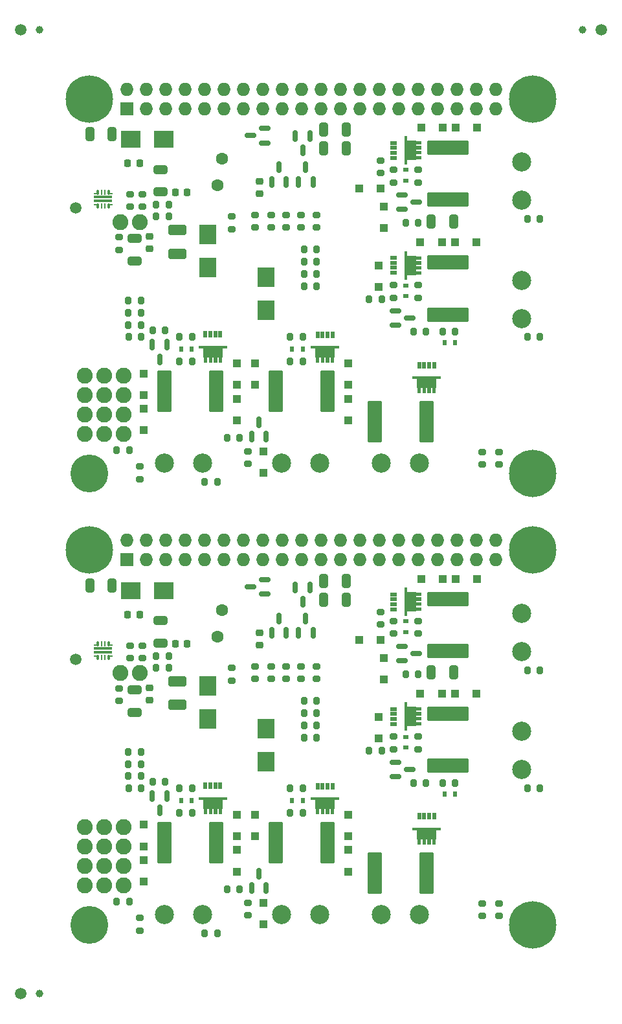
<source format=gbr>
%TF.GenerationSoftware,KiCad,Pcbnew,6.0.11+dfsg-1*%
%TF.CreationDate,2024-04-28T21:20:57+01:00*%
%TF.ProjectId,panel,70616e65-6c2e-46b6-9963-61645f706362,rev?*%
%TF.SameCoordinates,Original*%
%TF.FileFunction,Soldermask,Bot*%
%TF.FilePolarity,Negative*%
%FSLAX46Y46*%
G04 Gerber Fmt 4.6, Leading zero omitted, Abs format (unit mm)*
G04 Created by KiCad (PCBNEW 6.0.11+dfsg-1) date 2024-04-28 21:20:57*
%MOMM*%
%LPD*%
G01*
G04 APERTURE LIST*
G04 Aperture macros list*
%AMRoundRect*
0 Rectangle with rounded corners*
0 $1 Rounding radius*
0 $2 $3 $4 $5 $6 $7 $8 $9 X,Y pos of 4 corners*
0 Add a 4 corners polygon primitive as box body*
4,1,4,$2,$3,$4,$5,$6,$7,$8,$9,$2,$3,0*
0 Add four circle primitives for the rounded corners*
1,1,$1+$1,$2,$3*
1,1,$1+$1,$4,$5*
1,1,$1+$1,$6,$7*
1,1,$1+$1,$8,$9*
0 Add four rect primitives between the rounded corners*
20,1,$1+$1,$2,$3,$4,$5,0*
20,1,$1+$1,$4,$5,$6,$7,0*
20,1,$1+$1,$6,$7,$8,$9,0*
20,1,$1+$1,$8,$9,$2,$3,0*%
%AMFreePoly0*
4,1,5,0.225000,-0.400000,-0.225000,-0.400000,-0.225000,0.400000,0.225000,0.400000,0.225000,-0.400000,0.225000,-0.400000,$1*%
%AMFreePoly1*
4,1,29,0.150000,1.240000,0.200000,1.240000,0.200000,-1.260000,0.150000,-1.260000,0.150000,-1.860000,-0.150000,-1.860000,-0.150000,-1.260000,-1.350000,-1.260000,-1.350000,-1.210000,-2.050000,-1.210000,-2.050000,-0.760000,-1.350000,-0.760000,-1.350000,-0.560000,-2.050000,-0.560000,-2.050000,-0.110000,-1.350000,-0.110000,-1.350000,0.090000,-2.050000,0.090000,-2.050000,0.540000,-1.350000,0.540000,
-1.350000,0.740000,-2.050000,0.740000,-2.050000,1.190000,-1.350000,1.190000,-1.350000,1.240000,-0.150000,1.240000,-0.150000,1.840000,0.150000,1.840000,0.150000,1.240000,0.150000,1.240000,$1*%
G04 Aperture macros list end*
%ADD10C,2.500000*%
%ADD11C,6.200000*%
%ADD12C,2.082800*%
%ADD13C,1.500000*%
%ADD14R,1.727200X1.727200*%
%ADD15O,1.727200X1.727200*%
%ADD16C,4.950000*%
%ADD17R,1.100000X1.100000*%
%ADD18RoundRect,0.225000X-0.250000X0.225000X-0.250000X-0.225000X0.250000X-0.225000X0.250000X0.225000X0*%
%ADD19R,2.300000X2.500000*%
%ADD20RoundRect,0.200000X0.200000X0.275000X-0.200000X0.275000X-0.200000X-0.275000X0.200000X-0.275000X0*%
%ADD21RoundRect,0.200000X0.275000X-0.200000X0.275000X0.200000X-0.275000X0.200000X-0.275000X-0.200000X0*%
%ADD22C,1.000000*%
%ADD23RoundRect,0.200000X-0.200000X-0.275000X0.200000X-0.275000X0.200000X0.275000X-0.200000X0.275000X0*%
%ADD24R,0.600000X0.700000*%
%ADD25RoundRect,0.150000X-0.587500X-0.150000X0.587500X-0.150000X0.587500X0.150000X-0.587500X0.150000X0*%
%ADD26RoundRect,0.200000X-0.275000X0.200000X-0.275000X-0.200000X0.275000X-0.200000X0.275000X0.200000X0*%
%ADD27RoundRect,0.050000X0.100000X-0.250000X0.100000X0.250000X-0.100000X0.250000X-0.100000X-0.250000X0*%
%ADD28RoundRect,0.050000X0.275000X-0.075000X0.275000X0.075000X-0.275000X0.075000X-0.275000X-0.075000X0*%
%ADD29RoundRect,0.050000X0.075000X-0.250000X0.075000X0.250000X-0.075000X0.250000X-0.075000X-0.250000X0*%
%ADD30RoundRect,0.050000X1.150000X-0.100000X1.150000X0.100000X-1.150000X0.100000X-1.150000X-0.100000X0*%
%ADD31FreePoly0,180.000000*%
%ADD32FreePoly1,90.000000*%
%ADD33RoundRect,0.250000X-0.325000X-0.650000X0.325000X-0.650000X0.325000X0.650000X-0.325000X0.650000X0*%
%ADD34FreePoly0,270.000000*%
%ADD35FreePoly1,180.000000*%
%ADD36R,0.700000X0.600000*%
%ADD37RoundRect,0.150000X0.587500X0.150000X-0.587500X0.150000X-0.587500X-0.150000X0.587500X-0.150000X0*%
%ADD38RoundRect,0.225000X-0.225000X-0.250000X0.225000X-0.250000X0.225000X0.250000X-0.225000X0.250000X0*%
%ADD39RoundRect,0.250000X-2.475000X0.712500X-2.475000X-0.712500X2.475000X-0.712500X2.475000X0.712500X0*%
%ADD40RoundRect,0.250000X0.325000X0.650000X-0.325000X0.650000X-0.325000X-0.650000X0.325000X-0.650000X0*%
%ADD41RoundRect,0.150000X0.150000X-0.587500X0.150000X0.587500X-0.150000X0.587500X-0.150000X-0.587500X0*%
%ADD42R,2.500000X2.300000*%
%ADD43RoundRect,0.150000X-0.150000X0.587500X-0.150000X-0.587500X0.150000X-0.587500X0.150000X0.587500X0*%
%ADD44RoundRect,0.250000X-0.712500X-2.475000X0.712500X-2.475000X0.712500X2.475000X-0.712500X2.475000X0*%
%ADD45RoundRect,0.250000X-0.650000X0.325000X-0.650000X-0.325000X0.650000X-0.325000X0.650000X0.325000X0*%
%ADD46RoundRect,0.225000X0.225000X0.250000X-0.225000X0.250000X-0.225000X-0.250000X0.225000X-0.250000X0*%
%ADD47RoundRect,0.250000X0.712500X2.475000X-0.712500X2.475000X-0.712500X-2.475000X0.712500X-2.475000X0*%
%ADD48RoundRect,0.250000X0.650000X-0.325000X0.650000X0.325000X-0.650000X0.325000X-0.650000X-0.325000X0*%
%ADD49C,1.600000*%
%ADD50RoundRect,0.250000X-0.925000X0.412500X-0.925000X-0.412500X0.925000X-0.412500X0.925000X0.412500X0*%
G04 APERTURE END LIST*
D10*
%TO.C,J8*%
X176050000Y-44750000D03*
X176050000Y-39750000D03*
%TD*%
D11*
%TO.C,PI3*%
X119500000Y-90500000D03*
%TD*%
D12*
%TO.C,J9*%
X126140000Y-106590000D03*
X123600000Y-106590000D03*
%TD*%
D10*
%TO.C,J7*%
X176050000Y-60200000D03*
X176050000Y-55200000D03*
%TD*%
D12*
%TO.C,J1*%
X118920000Y-126670000D03*
X118920000Y-129210000D03*
X118920000Y-131750000D03*
X118920000Y-134290000D03*
%TD*%
D10*
%TO.C,J8*%
X176050000Y-103750000D03*
X176050000Y-98750000D03*
%TD*%
%TO.C,J4*%
X129300000Y-79150000D03*
X134300000Y-79150000D03*
%TD*%
D13*
%TO.C,REF\u002A\u002A*%
X110500000Y-148500046D03*
%TD*%
%TO.C,REF\u002A\u002A*%
X186500000Y-22500000D03*
%TD*%
D11*
%TO.C,PI2*%
X177500000Y-80500000D03*
%TD*%
%TO.C,PI1*%
X177500000Y-90500000D03*
%TD*%
D10*
%TO.C,J3*%
X157700000Y-138150000D03*
X162700000Y-138150000D03*
%TD*%
D14*
%TO.C,J2*%
X124370000Y-32770000D03*
D15*
X124370000Y-30230000D03*
X126910000Y-32770000D03*
X126910000Y-30230000D03*
X129450000Y-32770000D03*
X129450000Y-30230000D03*
X131990000Y-32770000D03*
X131990000Y-30230000D03*
X134530000Y-32770000D03*
X134530000Y-30230000D03*
X137070000Y-32770000D03*
X137070000Y-30230000D03*
X139610000Y-32770000D03*
X139610000Y-30230000D03*
X142150000Y-32770000D03*
X142150000Y-30230000D03*
X144690000Y-32770000D03*
X144690000Y-30230000D03*
X147230000Y-32770000D03*
X147230000Y-30230000D03*
X149770000Y-32770000D03*
X149770000Y-30230000D03*
X152310000Y-32770000D03*
X152310000Y-30230000D03*
X154850000Y-32770000D03*
X154850000Y-30230000D03*
X157390000Y-32770000D03*
X157390000Y-30230000D03*
X159930000Y-32770000D03*
X159930000Y-30230000D03*
X162470000Y-32770000D03*
X162470000Y-30230000D03*
X165010000Y-32770000D03*
X165010000Y-30230000D03*
X167550000Y-32770000D03*
X167550000Y-30230000D03*
X170090000Y-32770000D03*
X170090000Y-30230000D03*
X172630000Y-32770000D03*
X172630000Y-30230000D03*
%TD*%
D16*
%TO.C,PI4*%
X119500000Y-139500000D03*
%TD*%
D10*
%TO.C,J7*%
X176050000Y-119200000D03*
X176050000Y-114200000D03*
%TD*%
D14*
%TO.C,J2*%
X124370000Y-91770000D03*
D15*
X124370000Y-89230000D03*
X126910000Y-91770000D03*
X126910000Y-89230000D03*
X129450000Y-91770000D03*
X129450000Y-89230000D03*
X131990000Y-91770000D03*
X131990000Y-89230000D03*
X134530000Y-91770000D03*
X134530000Y-89230000D03*
X137070000Y-91770000D03*
X137070000Y-89230000D03*
X139610000Y-91770000D03*
X139610000Y-89230000D03*
X142150000Y-91770000D03*
X142150000Y-89230000D03*
X144690000Y-91770000D03*
X144690000Y-89230000D03*
X147230000Y-91770000D03*
X147230000Y-89230000D03*
X149770000Y-91770000D03*
X149770000Y-89230000D03*
X152310000Y-91770000D03*
X152310000Y-89230000D03*
X154850000Y-91770000D03*
X154850000Y-89230000D03*
X157390000Y-91770000D03*
X157390000Y-89230000D03*
X159930000Y-91770000D03*
X159930000Y-89230000D03*
X162470000Y-91770000D03*
X162470000Y-89230000D03*
X165010000Y-91770000D03*
X165010000Y-89230000D03*
X167550000Y-91770000D03*
X167550000Y-89230000D03*
X170090000Y-91770000D03*
X170090000Y-89230000D03*
X172630000Y-91770000D03*
X172630000Y-89230000D03*
%TD*%
D12*
%TO.C,J1*%
X118920000Y-67670000D03*
X118920000Y-70210000D03*
X118920000Y-72750000D03*
X118920000Y-75290000D03*
%TD*%
D11*
%TO.C,PI1*%
X177500000Y-31500000D03*
%TD*%
D12*
%TO.C,J6*%
X124020000Y-75290000D03*
X121480000Y-75290000D03*
X124020000Y-72750000D03*
X121480000Y-72750000D03*
X124020000Y-70210000D03*
X121480000Y-70210000D03*
X124020000Y-67670000D03*
X121480000Y-67670000D03*
%TD*%
D10*
%TO.C,J5*%
X144625000Y-79150000D03*
X149625000Y-79150000D03*
%TD*%
D12*
%TO.C,J6*%
X124020000Y-134290000D03*
X121480000Y-134290000D03*
X124020000Y-131750000D03*
X121480000Y-131750000D03*
X124020000Y-129210000D03*
X121480000Y-129210000D03*
X124020000Y-126670000D03*
X121480000Y-126670000D03*
%TD*%
D11*
%TO.C,PI3*%
X119500000Y-31500000D03*
%TD*%
D13*
%TO.C,REF\u002A\u002A*%
X110500000Y-22500000D03*
%TD*%
D11*
%TO.C,PI2*%
X177500000Y-139500000D03*
%TD*%
D12*
%TO.C,J9*%
X126140000Y-47590000D03*
X123600000Y-47590000D03*
%TD*%
D10*
%TO.C,J4*%
X129300000Y-138150000D03*
X134300000Y-138150000D03*
%TD*%
D16*
%TO.C,PI4*%
X119500000Y-80500000D03*
%TD*%
D10*
%TO.C,J5*%
X144625000Y-138150000D03*
X149625000Y-138150000D03*
%TD*%
%TO.C,J3*%
X157700000Y-79150000D03*
X162700000Y-79150000D03*
%TD*%
D17*
%TO.C,D28*%
X158000000Y-104600000D03*
X158000000Y-107400000D03*
%TD*%
D18*
%TO.C,C9*%
X127400000Y-49525000D03*
X127400000Y-51075000D03*
%TD*%
D19*
%TO.C,D16*%
X135000000Y-49250000D03*
X135000000Y-53550000D03*
%TD*%
D20*
%TO.C,R43*%
X129875000Y-105900000D03*
X128225000Y-105900000D03*
%TD*%
D21*
%TO.C,R23*%
X173100000Y-138325000D03*
X173100000Y-136675000D03*
%TD*%
D20*
%TO.C,R13*%
X147425000Y-62600000D03*
X145775000Y-62600000D03*
%TD*%
D22*
%TO.C,REF\u002A\u002A*%
X184000000Y-22500000D03*
%TD*%
D23*
%TO.C,R27*%
X147575000Y-110200000D03*
X149225000Y-110200000D03*
%TD*%
D21*
%TO.C,R45*%
X126400000Y-104625000D03*
X126400000Y-102975000D03*
%TD*%
D17*
%TO.C,D27*%
X142275000Y-77600000D03*
X142275000Y-80400000D03*
%TD*%
D24*
%TO.C,D17*%
X146000000Y-64200000D03*
X147400000Y-64200000D03*
%TD*%
D25*
%TO.C,Q9*%
X160362500Y-45950000D03*
X160362500Y-44050000D03*
X162237500Y-45000000D03*
%TD*%
D20*
%TO.C,R29*%
X126250000Y-59475000D03*
X124600000Y-59475000D03*
%TD*%
%TO.C,R5*%
X178425000Y-62600000D03*
X176775000Y-62600000D03*
%TD*%
%TO.C,R16*%
X178425000Y-106200000D03*
X176775000Y-106200000D03*
%TD*%
D23*
%TO.C,R24*%
X147575000Y-115000000D03*
X149225000Y-115000000D03*
%TD*%
D26*
%TO.C,R35*%
X143300000Y-46675000D03*
X143300000Y-48325000D03*
%TD*%
D27*
%TO.C,U3*%
X122000000Y-45500000D03*
D28*
X122175000Y-45325000D03*
D29*
X121525000Y-45500000D03*
X121075000Y-45500000D03*
D28*
X120425000Y-45325000D03*
D27*
X120600000Y-45500000D03*
D30*
X121300000Y-44850000D03*
X121300000Y-44350000D03*
D27*
X120600000Y-43700000D03*
D28*
X120425000Y-43875000D03*
D29*
X121075000Y-43700000D03*
X121525000Y-43700000D03*
D28*
X122175000Y-43875000D03*
D27*
X122000000Y-43700000D03*
%TD*%
D31*
%TO.C,Q2*%
X136625000Y-121300000D03*
D32*
X135640000Y-122950000D03*
D31*
X134675000Y-121300000D03*
X135975000Y-121300000D03*
X135325000Y-121300000D03*
%TD*%
D21*
%TO.C,R4*%
X126100000Y-140225000D03*
X126100000Y-138575000D03*
%TD*%
%TO.C,R1*%
X170900000Y-138325000D03*
X170900000Y-136675000D03*
%TD*%
D24*
%TO.C,D2*%
X131500000Y-123200000D03*
X132900000Y-123200000D03*
%TD*%
D33*
%TO.C,C12*%
X164225000Y-106500000D03*
X167175000Y-106500000D03*
%TD*%
D20*
%TO.C,R12*%
X163525000Y-61900000D03*
X161875000Y-61900000D03*
%TD*%
D18*
%TO.C,C7*%
X141800000Y-101325000D03*
X141800000Y-102875000D03*
%TD*%
D24*
%TO.C,D17*%
X146000000Y-123200000D03*
X147400000Y-123200000D03*
%TD*%
D34*
%TO.C,Q3*%
X159250000Y-111275000D03*
D35*
X160900000Y-112260000D03*
D34*
X159250000Y-113225000D03*
X159250000Y-111925000D03*
X159250000Y-112575000D03*
%TD*%
D20*
%TO.C,R16*%
X178425000Y-47200000D03*
X176775000Y-47200000D03*
%TD*%
%TO.C,R19*%
X136225000Y-140600000D03*
X134575000Y-140600000D03*
%TD*%
D17*
%TO.C,D10*%
X138800000Y-70700000D03*
X138800000Y-73500000D03*
%TD*%
D22*
%TO.C,REF\u002A\u002A*%
X113000000Y-148500046D03*
%TD*%
D36*
%TO.C,D18*%
X160900000Y-42200000D03*
X160900000Y-40800000D03*
%TD*%
D26*
%TO.C,R37*%
X138100000Y-46875000D03*
X138100000Y-48525000D03*
%TD*%
D37*
%TO.C,D35*%
X142437500Y-35350000D03*
X142437500Y-37250000D03*
X140562500Y-36300000D03*
%TD*%
D21*
%TO.C,R23*%
X173100000Y-79325000D03*
X173100000Y-77675000D03*
%TD*%
D38*
%TO.C,C24*%
X130725000Y-43750000D03*
X132275000Y-43750000D03*
%TD*%
D24*
%TO.C,D2*%
X131500000Y-64200000D03*
X132900000Y-64200000D03*
%TD*%
D26*
%TO.C,R37*%
X138100000Y-105875000D03*
X138100000Y-107525000D03*
%TD*%
D23*
%TO.C,R6*%
X131275000Y-124800000D03*
X132925000Y-124800000D03*
%TD*%
D17*
%TO.C,D26*%
X154800000Y-102200000D03*
X157600000Y-102200000D03*
%TD*%
D21*
%TO.C,R20*%
X157600000Y-100225000D03*
X157600000Y-98575000D03*
%TD*%
%TO.C,R1*%
X170900000Y-79325000D03*
X170900000Y-77675000D03*
%TD*%
%TO.C,R20*%
X157600000Y-41225000D03*
X157600000Y-39575000D03*
%TD*%
D19*
%TO.C,D7*%
X142600000Y-118150000D03*
X142600000Y-113850000D03*
%TD*%
D20*
%TO.C,R10*%
X157725000Y-116700000D03*
X156075000Y-116700000D03*
%TD*%
%TO.C,R30*%
X126250000Y-61050000D03*
X124600000Y-61050000D03*
%TD*%
D39*
%TO.C,F3*%
X166400000Y-52912500D03*
X166400000Y-59687500D03*
%TD*%
D13*
%TO.C,TP1*%
X117700000Y-104800000D03*
%TD*%
D23*
%TO.C,R8*%
X165700000Y-61900000D03*
X167350000Y-61900000D03*
%TD*%
%TO.C,R25*%
X147575000Y-113400000D03*
X149225000Y-113400000D03*
%TD*%
D21*
%TO.C,R15*%
X140200000Y-79225000D03*
X140200000Y-77575000D03*
%TD*%
D19*
%TO.C,D7*%
X142600000Y-59150000D03*
X142600000Y-54850000D03*
%TD*%
D20*
%TO.C,R11*%
X129425000Y-120800000D03*
X127775000Y-120800000D03*
%TD*%
D40*
%TO.C,C2*%
X153075000Y-38000000D03*
X150125000Y-38000000D03*
%TD*%
D17*
%TO.C,D13*%
X157300000Y-53300000D03*
X157300000Y-56100000D03*
%TD*%
D26*
%TO.C,R35*%
X143300000Y-105675000D03*
X143300000Y-107325000D03*
%TD*%
D40*
%TO.C,C4*%
X153075000Y-35500000D03*
X150125000Y-35500000D03*
%TD*%
D24*
%TO.C,D6*%
X165950000Y-63400000D03*
X167350000Y-63400000D03*
%TD*%
D20*
%TO.C,R9*%
X124725000Y-136400000D03*
X123075000Y-136400000D03*
%TD*%
%TO.C,R41*%
X129875000Y-45350000D03*
X128225000Y-45350000D03*
%TD*%
D17*
%TO.C,D25*%
X141200000Y-66100000D03*
X141200000Y-68900000D03*
%TD*%
D34*
%TO.C,Q7*%
X159250000Y-37275000D03*
D35*
X160900000Y-38260000D03*
D34*
X159250000Y-39225000D03*
X159250000Y-37925000D03*
X159250000Y-38575000D03*
%TD*%
D23*
%TO.C,R25*%
X147575000Y-54400000D03*
X149225000Y-54400000D03*
%TD*%
D41*
%TO.C,D32*%
X148750000Y-101337500D03*
X146850000Y-101337500D03*
X147800000Y-99462500D03*
%TD*%
D42*
%TO.C,D36*%
X124950000Y-36800000D03*
X129250000Y-36800000D03*
%TD*%
D26*
%TO.C,R36*%
X141200000Y-46687500D03*
X141200000Y-48337500D03*
%TD*%
D21*
%TO.C,R18*%
X162500000Y-42425000D03*
X162500000Y-40775000D03*
%TD*%
D26*
%TO.C,R3*%
X159300000Y-55875000D03*
X159300000Y-57525000D03*
%TD*%
D39*
%TO.C,F3*%
X166400000Y-111912500D03*
X166400000Y-118687500D03*
%TD*%
D17*
%TO.C,D25*%
X141200000Y-125100000D03*
X141200000Y-127900000D03*
%TD*%
%TO.C,D8*%
X138800000Y-125100000D03*
X138800000Y-127900000D03*
%TD*%
D43*
%TO.C,Q4*%
X127750000Y-63662500D03*
X129650000Y-63662500D03*
X128700000Y-65537500D03*
%TD*%
D17*
%TO.C,D23*%
X153350000Y-129700000D03*
X153350000Y-132500000D03*
%TD*%
D21*
%TO.C,R4*%
X126100000Y-81225000D03*
X126100000Y-79575000D03*
%TD*%
D38*
%TO.C,C24*%
X130725000Y-102750000D03*
X132275000Y-102750000D03*
%TD*%
D20*
%TO.C,R22*%
X162525000Y-106700000D03*
X160875000Y-106700000D03*
%TD*%
D36*
%TO.C,D3*%
X160900000Y-116300000D03*
X160900000Y-114900000D03*
%TD*%
D33*
%TO.C,C12*%
X164225000Y-47500000D03*
X167175000Y-47500000D03*
%TD*%
D21*
%TO.C,R45*%
X126400000Y-45625000D03*
X126400000Y-43975000D03*
%TD*%
D17*
%TO.C,D14*%
X126600000Y-72000000D03*
X126600000Y-74800000D03*
%TD*%
D44*
%TO.C,F1*%
X156812500Y-132700000D03*
X163587500Y-132700000D03*
%TD*%
D20*
%TO.C,R38*%
X126250000Y-57875000D03*
X124600000Y-57875000D03*
%TD*%
D23*
%TO.C,R26*%
X147575000Y-111800000D03*
X149225000Y-111800000D03*
%TD*%
D36*
%TO.C,D18*%
X160900000Y-101200000D03*
X160900000Y-99800000D03*
%TD*%
D17*
%TO.C,D12*%
X126600000Y-126400000D03*
X126600000Y-129200000D03*
%TD*%
D21*
%TO.C,R18*%
X162500000Y-101425000D03*
X162500000Y-99775000D03*
%TD*%
D17*
%TO.C,D9*%
X162800000Y-50250000D03*
X165600000Y-50250000D03*
%TD*%
D20*
%TO.C,R41*%
X129875000Y-104350000D03*
X128225000Y-104350000D03*
%TD*%
%TO.C,R2*%
X132925000Y-121600000D03*
X131275000Y-121600000D03*
%TD*%
%TO.C,R13*%
X147425000Y-121600000D03*
X145775000Y-121600000D03*
%TD*%
D17*
%TO.C,D26*%
X154800000Y-43200000D03*
X157600000Y-43200000D03*
%TD*%
D36*
%TO.C,D3*%
X160900000Y-57300000D03*
X160900000Y-55900000D03*
%TD*%
D40*
%TO.C,C4*%
X153075000Y-94500000D03*
X150125000Y-94500000D03*
%TD*%
D18*
%TO.C,C7*%
X141800000Y-42325000D03*
X141800000Y-43875000D03*
%TD*%
D41*
%TO.C,D33*%
X145250000Y-101337500D03*
X143350000Y-101337500D03*
X144300000Y-99462500D03*
%TD*%
D26*
%TO.C,R14*%
X159300000Y-40775000D03*
X159300000Y-42425000D03*
%TD*%
D17*
%TO.C,D9*%
X162800000Y-109250000D03*
X165600000Y-109250000D03*
%TD*%
D31*
%TO.C,Q2*%
X136625000Y-62300000D03*
D32*
X135640000Y-63950000D03*
D31*
X134675000Y-62300000D03*
X135975000Y-62300000D03*
X135325000Y-62300000D03*
%TD*%
D45*
%TO.C,C20*%
X125400000Y-49725000D03*
X125400000Y-52675000D03*
%TD*%
D39*
%TO.C,F5*%
X166400000Y-96912500D03*
X166400000Y-103687500D03*
%TD*%
D20*
%TO.C,R11*%
X129425000Y-61800000D03*
X127775000Y-61800000D03*
%TD*%
D33*
%TO.C,C10*%
X119550000Y-95125000D03*
X122500000Y-95125000D03*
%TD*%
D17*
%TO.C,D12*%
X126600000Y-67400000D03*
X126600000Y-70200000D03*
%TD*%
D31*
%TO.C,Q1*%
X164600000Y-66292500D03*
D32*
X163615000Y-67942500D03*
D31*
X162650000Y-66292500D03*
X163300000Y-66292500D03*
X163950000Y-66292500D03*
%TD*%
D20*
%TO.C,R43*%
X129875000Y-46900000D03*
X128225000Y-46900000D03*
%TD*%
D26*
%TO.C,R3*%
X159300000Y-114875000D03*
X159300000Y-116525000D03*
%TD*%
D17*
%TO.C,D27*%
X142275000Y-136600000D03*
X142275000Y-139400000D03*
%TD*%
D43*
%TO.C,D34*%
X146450000Y-36362500D03*
X148350000Y-36362500D03*
X147400000Y-38237500D03*
%TD*%
D28*
%TO.C,U3*%
X122175000Y-104325000D03*
D27*
X122000000Y-104500000D03*
D29*
X121525000Y-104500000D03*
X121075000Y-104500000D03*
D28*
X120425000Y-104325000D03*
D27*
X120600000Y-104500000D03*
D30*
X121300000Y-103850000D03*
X121300000Y-103350000D03*
D28*
X120425000Y-102875000D03*
D27*
X120600000Y-102700000D03*
D29*
X121075000Y-102700000D03*
X121525000Y-102700000D03*
D27*
X122000000Y-102700000D03*
D28*
X122175000Y-102875000D03*
%TD*%
D17*
%TO.C,D21*%
X153350000Y-125100000D03*
X153350000Y-127900000D03*
%TD*%
D21*
%TO.C,R46*%
X123400000Y-51225000D03*
X123400000Y-49575000D03*
%TD*%
D46*
%TO.C,C17*%
X126075000Y-98950000D03*
X124525000Y-98950000D03*
%TD*%
D40*
%TO.C,C2*%
X153075000Y-97000000D03*
X150125000Y-97000000D03*
%TD*%
D17*
%TO.C,D13*%
X157300000Y-112300000D03*
X157300000Y-115100000D03*
%TD*%
D26*
%TO.C,R33*%
X147200000Y-46687500D03*
X147200000Y-48337500D03*
%TD*%
D20*
%TO.C,R19*%
X136225000Y-81600000D03*
X134575000Y-81600000D03*
%TD*%
D26*
%TO.C,R32*%
X149200000Y-46675000D03*
X149200000Y-48325000D03*
%TD*%
D37*
%TO.C,D35*%
X142437500Y-94350000D03*
X142437500Y-96250000D03*
X140562500Y-95300000D03*
%TD*%
D41*
%TO.C,D32*%
X148750000Y-42337500D03*
X146850000Y-42337500D03*
X147800000Y-40462500D03*
%TD*%
D17*
%TO.C,D11*%
X167350000Y-50250000D03*
X170150000Y-50250000D03*
%TD*%
D31*
%TO.C,Q6*%
X151300000Y-62350000D03*
D32*
X150315000Y-64000000D03*
D31*
X150650000Y-62350000D03*
X150000000Y-62350000D03*
X149350000Y-62350000D03*
%TD*%
D47*
%TO.C,F2*%
X136087500Y-128700000D03*
X129312500Y-128700000D03*
%TD*%
D23*
%TO.C,R21*%
X137525000Y-75850000D03*
X139175000Y-75850000D03*
%TD*%
D20*
%TO.C,R31*%
X126275000Y-62625000D03*
X124625000Y-62625000D03*
%TD*%
D26*
%TO.C,R34*%
X145200000Y-105687500D03*
X145200000Y-107337500D03*
%TD*%
D34*
%TO.C,Q3*%
X159250000Y-52275000D03*
D35*
X160900000Y-53260000D03*
D34*
X159250000Y-52925000D03*
X159250000Y-54225000D03*
X159250000Y-53575000D03*
%TD*%
D39*
%TO.C,F5*%
X166400000Y-37912500D03*
X166400000Y-44687500D03*
%TD*%
D43*
%TO.C,D34*%
X146450000Y-95362500D03*
X148350000Y-95362500D03*
X147400000Y-97237500D03*
%TD*%
D21*
%TO.C,R15*%
X140200000Y-138225000D03*
X140200000Y-136575000D03*
%TD*%
D26*
%TO.C,R34*%
X145200000Y-46687500D03*
X145200000Y-48337500D03*
%TD*%
D17*
%TO.C,D24*%
X167400000Y-35300000D03*
X170200000Y-35300000D03*
%TD*%
D31*
%TO.C,Q1*%
X164600000Y-125292500D03*
D32*
X163615000Y-126942500D03*
D31*
X163300000Y-125292500D03*
X163950000Y-125292500D03*
X162650000Y-125292500D03*
%TD*%
D25*
%TO.C,Q5*%
X159512500Y-120100000D03*
X159512500Y-118200000D03*
X161387500Y-119150000D03*
%TD*%
D13*
%TO.C,TP1*%
X117700000Y-45800000D03*
%TD*%
D43*
%TO.C,Q4*%
X127750000Y-122662500D03*
X129650000Y-122662500D03*
X128700000Y-124537500D03*
%TD*%
D23*
%TO.C,R24*%
X147575000Y-56000000D03*
X149225000Y-56000000D03*
%TD*%
D17*
%TO.C,D23*%
X153350000Y-70700000D03*
X153350000Y-73500000D03*
%TD*%
%TO.C,D28*%
X158000000Y-45600000D03*
X158000000Y-48400000D03*
%TD*%
%TO.C,D8*%
X138800000Y-66100000D03*
X138800000Y-68900000D03*
%TD*%
D47*
%TO.C,F4*%
X150637500Y-128700000D03*
X143862500Y-128700000D03*
%TD*%
D21*
%TO.C,R7*%
X162500000Y-116525000D03*
X162500000Y-114875000D03*
%TD*%
D47*
%TO.C,F2*%
X136087500Y-69700000D03*
X129312500Y-69700000D03*
%TD*%
D44*
%TO.C,F1*%
X156812500Y-73700000D03*
X163587500Y-73700000D03*
%TD*%
D23*
%TO.C,R8*%
X165700000Y-120900000D03*
X167350000Y-120900000D03*
%TD*%
D41*
%TO.C,D33*%
X145250000Y-42337500D03*
X143350000Y-42337500D03*
X144300000Y-40462500D03*
%TD*%
D19*
%TO.C,D16*%
X135000000Y-108250000D03*
X135000000Y-112550000D03*
%TD*%
D20*
%TO.C,R2*%
X132925000Y-62600000D03*
X131275000Y-62600000D03*
%TD*%
D26*
%TO.C,R36*%
X141200000Y-105687500D03*
X141200000Y-107337500D03*
%TD*%
D42*
%TO.C,D36*%
X124950000Y-95800000D03*
X129250000Y-95800000D03*
%TD*%
D23*
%TO.C,R6*%
X131275000Y-65800000D03*
X132925000Y-65800000D03*
%TD*%
D34*
%TO.C,Q7*%
X159250000Y-96275000D03*
D35*
X160900000Y-97260000D03*
D34*
X159250000Y-96925000D03*
X159250000Y-97575000D03*
X159250000Y-98225000D03*
%TD*%
D48*
%TO.C,C19*%
X128800000Y-102675000D03*
X128800000Y-99725000D03*
%TD*%
D31*
%TO.C,Q6*%
X151300000Y-121350000D03*
D32*
X150315000Y-123000000D03*
D31*
X150650000Y-121350000D03*
X150000000Y-121350000D03*
X149350000Y-121350000D03*
%TD*%
D18*
%TO.C,C9*%
X127400000Y-108525000D03*
X127400000Y-110075000D03*
%TD*%
D17*
%TO.C,D24*%
X167400000Y-94300000D03*
X170200000Y-94300000D03*
%TD*%
D49*
%TO.C,C8*%
X136250000Y-101800000D03*
X136857769Y-98353173D03*
%TD*%
D25*
%TO.C,Q9*%
X160362500Y-104950000D03*
X160362500Y-103050000D03*
X162237500Y-104000000D03*
%TD*%
D41*
%TO.C,Q8*%
X142650000Y-75637500D03*
X140750000Y-75637500D03*
X141700000Y-73762500D03*
%TD*%
D45*
%TO.C,C20*%
X125400000Y-108725000D03*
X125400000Y-111675000D03*
%TD*%
D17*
%TO.C,D14*%
X126600000Y-131000000D03*
X126600000Y-133800000D03*
%TD*%
D20*
%TO.C,R30*%
X126250000Y-120050000D03*
X124600000Y-120050000D03*
%TD*%
D50*
%TO.C,C13*%
X131000000Y-107662500D03*
X131000000Y-110737500D03*
%TD*%
D20*
%TO.C,R38*%
X126250000Y-116875000D03*
X124600000Y-116875000D03*
%TD*%
D23*
%TO.C,R21*%
X137525000Y-134850000D03*
X139175000Y-134850000D03*
%TD*%
D21*
%TO.C,R46*%
X123400000Y-110225000D03*
X123400000Y-108575000D03*
%TD*%
D26*
%TO.C,R42*%
X124850000Y-102975000D03*
X124850000Y-104625000D03*
%TD*%
D20*
%TO.C,R12*%
X163525000Y-120900000D03*
X161875000Y-120900000D03*
%TD*%
D17*
%TO.C,D21*%
X153350000Y-66100000D03*
X153350000Y-68900000D03*
%TD*%
D23*
%TO.C,R17*%
X145775000Y-124800000D03*
X147425000Y-124800000D03*
%TD*%
D20*
%TO.C,R10*%
X157725000Y-57700000D03*
X156075000Y-57700000D03*
%TD*%
D26*
%TO.C,R42*%
X124850000Y-43975000D03*
X124850000Y-45625000D03*
%TD*%
D17*
%TO.C,D11*%
X167350000Y-109250000D03*
X170150000Y-109250000D03*
%TD*%
D47*
%TO.C,F4*%
X150637500Y-69700000D03*
X143862500Y-69700000D03*
%TD*%
D20*
%TO.C,R29*%
X126250000Y-118475000D03*
X124600000Y-118475000D03*
%TD*%
D46*
%TO.C,C17*%
X126075000Y-39950000D03*
X124525000Y-39950000D03*
%TD*%
D24*
%TO.C,D6*%
X165950000Y-122400000D03*
X167350000Y-122400000D03*
%TD*%
D21*
%TO.C,R7*%
X162500000Y-57525000D03*
X162500000Y-55875000D03*
%TD*%
D41*
%TO.C,Q8*%
X142650000Y-134637500D03*
X140750000Y-134637500D03*
X141700000Y-132762500D03*
%TD*%
D48*
%TO.C,C19*%
X128800000Y-43675000D03*
X128800000Y-40725000D03*
%TD*%
D33*
%TO.C,C10*%
X119550000Y-36125000D03*
X122500000Y-36125000D03*
%TD*%
D50*
%TO.C,C13*%
X131000000Y-48662500D03*
X131000000Y-51737500D03*
%TD*%
D25*
%TO.C,Q5*%
X159512500Y-61100000D03*
X159512500Y-59200000D03*
X161387500Y-60150000D03*
%TD*%
D17*
%TO.C,D22*%
X162900000Y-94300000D03*
X165700000Y-94300000D03*
%TD*%
D26*
%TO.C,R33*%
X147200000Y-105687500D03*
X147200000Y-107337500D03*
%TD*%
D49*
%TO.C,C8*%
X136250000Y-42800000D03*
X136857769Y-39353173D03*
%TD*%
D20*
%TO.C,R31*%
X126275000Y-121625000D03*
X124625000Y-121625000D03*
%TD*%
D26*
%TO.C,R32*%
X149200000Y-105675000D03*
X149200000Y-107325000D03*
%TD*%
D20*
%TO.C,R22*%
X162525000Y-47700000D03*
X160875000Y-47700000D03*
%TD*%
D23*
%TO.C,R27*%
X147575000Y-51200000D03*
X149225000Y-51200000D03*
%TD*%
D17*
%TO.C,D10*%
X138800000Y-129700000D03*
X138800000Y-132500000D03*
%TD*%
D20*
%TO.C,R9*%
X124725000Y-77400000D03*
X123075000Y-77400000D03*
%TD*%
D23*
%TO.C,R26*%
X147575000Y-52800000D03*
X149225000Y-52800000D03*
%TD*%
D17*
%TO.C,D22*%
X162900000Y-35300000D03*
X165700000Y-35300000D03*
%TD*%
D23*
%TO.C,R17*%
X145775000Y-65800000D03*
X147425000Y-65800000D03*
%TD*%
D22*
%TO.C,REF\u002A\u002A*%
X113000000Y-22500000D03*
%TD*%
D26*
%TO.C,R14*%
X159300000Y-99775000D03*
X159300000Y-101425000D03*
%TD*%
D20*
%TO.C,R5*%
X178425000Y-121600000D03*
X176775000Y-121600000D03*
%TD*%
M02*

</source>
